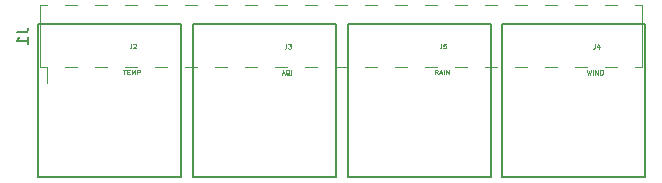
<source format=gbo>
G04 #@! TF.GenerationSoftware,KiCad,Pcbnew,7.0.10-7.0.10~ubuntu22.04.1*
G04 #@! TF.CreationDate,2024-01-29T17:30:23+05:30*
G04 #@! TF.ProjectId,bir-weather-hat,6269722d-7765-4617-9468-65722d686174,rev?*
G04 #@! TF.SameCoordinates,Original*
G04 #@! TF.FileFunction,Legend,Bot*
G04 #@! TF.FilePolarity,Positive*
%FSLAX46Y46*%
G04 Gerber Fmt 4.6, Leading zero omitted, Abs format (unit mm)*
G04 Created by KiCad (PCBNEW 7.0.10-7.0.10~ubuntu22.04.1) date 2024-01-29 17:30:23*
%MOMM*%
%LPD*%
G01*
G04 APERTURE LIST*
%ADD10C,0.025400*%
%ADD11C,0.150000*%
%ADD12C,0.203200*%
%ADD13C,0.120000*%
G04 APERTURE END LIST*
D10*
X140834533Y-49120287D02*
X140834533Y-49410573D01*
X140834533Y-49410573D02*
X140815180Y-49468630D01*
X140815180Y-49468630D02*
X140776476Y-49507335D01*
X140776476Y-49507335D02*
X140718418Y-49526687D01*
X140718418Y-49526687D02*
X140679714Y-49526687D01*
X141221580Y-49120287D02*
X141028056Y-49120287D01*
X141028056Y-49120287D02*
X141008704Y-49313811D01*
X141008704Y-49313811D02*
X141028056Y-49294458D01*
X141028056Y-49294458D02*
X141066761Y-49275106D01*
X141066761Y-49275106D02*
X141163523Y-49275106D01*
X141163523Y-49275106D02*
X141202228Y-49294458D01*
X141202228Y-49294458D02*
X141221580Y-49313811D01*
X141221580Y-49313811D02*
X141240933Y-49352515D01*
X141240933Y-49352515D02*
X141240933Y-49449277D01*
X141240933Y-49449277D02*
X141221580Y-49487982D01*
X141221580Y-49487982D02*
X141202228Y-49507335D01*
X141202228Y-49507335D02*
X141163523Y-49526687D01*
X141163523Y-49526687D02*
X141066761Y-49526687D01*
X141066761Y-49526687D02*
X141028056Y-49507335D01*
X141028056Y-49507335D02*
X141008704Y-49487982D01*
X140511981Y-51726687D02*
X140376514Y-51533163D01*
X140279752Y-51726687D02*
X140279752Y-51320287D01*
X140279752Y-51320287D02*
X140434571Y-51320287D01*
X140434571Y-51320287D02*
X140473276Y-51339639D01*
X140473276Y-51339639D02*
X140492629Y-51358992D01*
X140492629Y-51358992D02*
X140511981Y-51397696D01*
X140511981Y-51397696D02*
X140511981Y-51455754D01*
X140511981Y-51455754D02*
X140492629Y-51494458D01*
X140492629Y-51494458D02*
X140473276Y-51513811D01*
X140473276Y-51513811D02*
X140434571Y-51533163D01*
X140434571Y-51533163D02*
X140279752Y-51533163D01*
X140666800Y-51610573D02*
X140860324Y-51610573D01*
X140628095Y-51726687D02*
X140763562Y-51320287D01*
X140763562Y-51320287D02*
X140899029Y-51726687D01*
X141034495Y-51726687D02*
X141034495Y-51320287D01*
X141228019Y-51726687D02*
X141228019Y-51320287D01*
X141228019Y-51320287D02*
X141460248Y-51726687D01*
X141460248Y-51726687D02*
X141460248Y-51320287D01*
X153834533Y-49130287D02*
X153834533Y-49420573D01*
X153834533Y-49420573D02*
X153815180Y-49478630D01*
X153815180Y-49478630D02*
X153776476Y-49517335D01*
X153776476Y-49517335D02*
X153718418Y-49536687D01*
X153718418Y-49536687D02*
X153679714Y-49536687D01*
X154202228Y-49265754D02*
X154202228Y-49536687D01*
X154105466Y-49110935D02*
X154008704Y-49401220D01*
X154008704Y-49401220D02*
X154260285Y-49401220D01*
X153182991Y-51330287D02*
X153279753Y-51736687D01*
X153279753Y-51736687D02*
X153357162Y-51446401D01*
X153357162Y-51446401D02*
X153434572Y-51736687D01*
X153434572Y-51736687D02*
X153531334Y-51330287D01*
X153686152Y-51736687D02*
X153686152Y-51330287D01*
X153879676Y-51736687D02*
X153879676Y-51330287D01*
X153879676Y-51330287D02*
X154111905Y-51736687D01*
X154111905Y-51736687D02*
X154111905Y-51330287D01*
X154305428Y-51736687D02*
X154305428Y-51330287D01*
X154305428Y-51330287D02*
X154402190Y-51330287D01*
X154402190Y-51330287D02*
X154460247Y-51349639D01*
X154460247Y-51349639D02*
X154498952Y-51388344D01*
X154498952Y-51388344D02*
X154518305Y-51427049D01*
X154518305Y-51427049D02*
X154537657Y-51504458D01*
X154537657Y-51504458D02*
X154537657Y-51562515D01*
X154537657Y-51562515D02*
X154518305Y-51639925D01*
X154518305Y-51639925D02*
X154498952Y-51678630D01*
X154498952Y-51678630D02*
X154460247Y-51717335D01*
X154460247Y-51717335D02*
X154402190Y-51736687D01*
X154402190Y-51736687D02*
X154305428Y-51736687D01*
X127714533Y-49130287D02*
X127714533Y-49420573D01*
X127714533Y-49420573D02*
X127695180Y-49478630D01*
X127695180Y-49478630D02*
X127656476Y-49517335D01*
X127656476Y-49517335D02*
X127598418Y-49536687D01*
X127598418Y-49536687D02*
X127559714Y-49536687D01*
X127869352Y-49130287D02*
X128120933Y-49130287D01*
X128120933Y-49130287D02*
X127985466Y-49285106D01*
X127985466Y-49285106D02*
X128043523Y-49285106D01*
X128043523Y-49285106D02*
X128082228Y-49304458D01*
X128082228Y-49304458D02*
X128101580Y-49323811D01*
X128101580Y-49323811D02*
X128120933Y-49362515D01*
X128120933Y-49362515D02*
X128120933Y-49459277D01*
X128120933Y-49459277D02*
X128101580Y-49497982D01*
X128101580Y-49497982D02*
X128082228Y-49517335D01*
X128082228Y-49517335D02*
X128043523Y-49536687D01*
X128043523Y-49536687D02*
X127927409Y-49536687D01*
X127927409Y-49536687D02*
X127888704Y-49517335D01*
X127888704Y-49517335D02*
X127869352Y-49497982D01*
X127343600Y-51620573D02*
X127537124Y-51620573D01*
X127304895Y-51736687D02*
X127440362Y-51330287D01*
X127440362Y-51330287D02*
X127575829Y-51736687D01*
X127982229Y-51775392D02*
X127943524Y-51756039D01*
X127943524Y-51756039D02*
X127904819Y-51717335D01*
X127904819Y-51717335D02*
X127846762Y-51659277D01*
X127846762Y-51659277D02*
X127808057Y-51639925D01*
X127808057Y-51639925D02*
X127769353Y-51639925D01*
X127788705Y-51736687D02*
X127750000Y-51717335D01*
X127750000Y-51717335D02*
X127711295Y-51678630D01*
X127711295Y-51678630D02*
X127691943Y-51601220D01*
X127691943Y-51601220D02*
X127691943Y-51465754D01*
X127691943Y-51465754D02*
X127711295Y-51388344D01*
X127711295Y-51388344D02*
X127750000Y-51349639D01*
X127750000Y-51349639D02*
X127788705Y-51330287D01*
X127788705Y-51330287D02*
X127866114Y-51330287D01*
X127866114Y-51330287D02*
X127904819Y-51349639D01*
X127904819Y-51349639D02*
X127943524Y-51388344D01*
X127943524Y-51388344D02*
X127962876Y-51465754D01*
X127962876Y-51465754D02*
X127962876Y-51601220D01*
X127962876Y-51601220D02*
X127943524Y-51678630D01*
X127943524Y-51678630D02*
X127904819Y-51717335D01*
X127904819Y-51717335D02*
X127866114Y-51736687D01*
X127866114Y-51736687D02*
X127788705Y-51736687D01*
X128137047Y-51736687D02*
X128137047Y-51330287D01*
X114584533Y-49120287D02*
X114584533Y-49410573D01*
X114584533Y-49410573D02*
X114565180Y-49468630D01*
X114565180Y-49468630D02*
X114526476Y-49507335D01*
X114526476Y-49507335D02*
X114468418Y-49526687D01*
X114468418Y-49526687D02*
X114429714Y-49526687D01*
X114758704Y-49158992D02*
X114778056Y-49139639D01*
X114778056Y-49139639D02*
X114816761Y-49120287D01*
X114816761Y-49120287D02*
X114913523Y-49120287D01*
X114913523Y-49120287D02*
X114952228Y-49139639D01*
X114952228Y-49139639D02*
X114971580Y-49158992D01*
X114971580Y-49158992D02*
X114990933Y-49197696D01*
X114990933Y-49197696D02*
X114990933Y-49236401D01*
X114990933Y-49236401D02*
X114971580Y-49294458D01*
X114971580Y-49294458D02*
X114739352Y-49526687D01*
X114739352Y-49526687D02*
X114990933Y-49526687D01*
X113884609Y-51320287D02*
X114116838Y-51320287D01*
X114000724Y-51726687D02*
X114000724Y-51320287D01*
X114252304Y-51513811D02*
X114387771Y-51513811D01*
X114445828Y-51726687D02*
X114252304Y-51726687D01*
X114252304Y-51726687D02*
X114252304Y-51320287D01*
X114252304Y-51320287D02*
X114445828Y-51320287D01*
X114619999Y-51726687D02*
X114619999Y-51320287D01*
X114619999Y-51320287D02*
X114755466Y-51610573D01*
X114755466Y-51610573D02*
X114890933Y-51320287D01*
X114890933Y-51320287D02*
X114890933Y-51726687D01*
X115084456Y-51726687D02*
X115084456Y-51320287D01*
X115084456Y-51320287D02*
X115239275Y-51320287D01*
X115239275Y-51320287D02*
X115277980Y-51339639D01*
X115277980Y-51339639D02*
X115297333Y-51358992D01*
X115297333Y-51358992D02*
X115316685Y-51397696D01*
X115316685Y-51397696D02*
X115316685Y-51455754D01*
X115316685Y-51455754D02*
X115297333Y-51494458D01*
X115297333Y-51494458D02*
X115277980Y-51513811D01*
X115277980Y-51513811D02*
X115239275Y-51533163D01*
X115239275Y-51533163D02*
X115084456Y-51533163D01*
D11*
X104874819Y-48146666D02*
X105589104Y-48146666D01*
X105589104Y-48146666D02*
X105731961Y-48099047D01*
X105731961Y-48099047D02*
X105827200Y-48003809D01*
X105827200Y-48003809D02*
X105874819Y-47860952D01*
X105874819Y-47860952D02*
X105874819Y-47765714D01*
X105874819Y-49146666D02*
X105874819Y-48575238D01*
X105874819Y-48860952D02*
X104874819Y-48860952D01*
X104874819Y-48860952D02*
X105017676Y-48765714D01*
X105017676Y-48765714D02*
X105112914Y-48670476D01*
X105112914Y-48670476D02*
X105160533Y-48575238D01*
D12*
X132950000Y-47440000D02*
X132950000Y-60440000D01*
X145070000Y-47440000D02*
X132950000Y-47440000D01*
X145070000Y-60440000D02*
X132950000Y-60440000D01*
X145070000Y-60440000D02*
X145070000Y-47440000D01*
X145950000Y-47450000D02*
X145950000Y-60450000D01*
X158070000Y-47450000D02*
X145950000Y-47450000D01*
X158070000Y-60450000D02*
X145950000Y-60450000D01*
X158070000Y-60450000D02*
X158070000Y-47450000D01*
X119830000Y-47450000D02*
X119830000Y-60450000D01*
X131950000Y-47450000D02*
X119830000Y-47450000D01*
X131950000Y-60450000D02*
X119830000Y-60450000D01*
X131950000Y-60450000D02*
X131950000Y-47450000D01*
X118820000Y-60440000D02*
X118820000Y-47440000D01*
X118820000Y-60440000D02*
X106700000Y-60440000D01*
X118820000Y-47440000D02*
X106700000Y-47440000D01*
X106700000Y-47440000D02*
X106700000Y-60440000D01*
D13*
X107430000Y-51080000D02*
X107430000Y-52440000D01*
X141970000Y-51080000D02*
X142990000Y-51080000D01*
X114030000Y-45880000D02*
X115050000Y-45880000D01*
X129270000Y-45880000D02*
X130290000Y-45880000D01*
X119110000Y-51080000D02*
X120130000Y-51080000D01*
X157210000Y-45880000D02*
X157780000Y-45880000D01*
X111490000Y-51080000D02*
X112510000Y-51080000D01*
X129270000Y-51080000D02*
X130290000Y-51080000D01*
X126730000Y-51080000D02*
X127750000Y-51080000D01*
X134350000Y-45880000D02*
X135370000Y-45880000D01*
X131810000Y-51080000D02*
X132830000Y-51080000D01*
X106860000Y-45880000D02*
X106860000Y-51080000D01*
X126730000Y-45880000D02*
X127750000Y-45880000D01*
X144510000Y-45880000D02*
X145530000Y-45880000D01*
X124190000Y-51080000D02*
X125210000Y-51080000D01*
X147050000Y-51080000D02*
X148070000Y-51080000D01*
X124190000Y-45880000D02*
X125210000Y-45880000D01*
X108950000Y-51080000D02*
X109970000Y-51080000D01*
X121650000Y-51080000D02*
X122670000Y-51080000D01*
X152130000Y-45880000D02*
X153150000Y-45880000D01*
X119110000Y-45880000D02*
X120130000Y-45880000D01*
X121650000Y-45880000D02*
X122670000Y-45880000D01*
X108950000Y-45880000D02*
X109970000Y-45880000D01*
X144510000Y-51080000D02*
X145530000Y-51080000D01*
X134350000Y-51080000D02*
X135370000Y-51080000D01*
X136890000Y-51080000D02*
X137910000Y-51080000D01*
X154670000Y-51080000D02*
X155690000Y-51080000D01*
X154670000Y-45880000D02*
X155690000Y-45880000D01*
X139430000Y-45880000D02*
X140450000Y-45880000D01*
X149590000Y-45880000D02*
X150610000Y-45880000D01*
X114030000Y-51080000D02*
X115050000Y-51080000D01*
X136890000Y-45880000D02*
X137910000Y-45880000D01*
X106860000Y-51080000D02*
X107430000Y-51080000D01*
X139430000Y-51080000D02*
X140450000Y-51080000D01*
X141970000Y-45880000D02*
X142990000Y-45880000D01*
X149590000Y-51080000D02*
X150610000Y-51080000D01*
X131810000Y-45880000D02*
X132830000Y-45880000D01*
X106860000Y-45880000D02*
X107430000Y-45880000D01*
X111490000Y-45880000D02*
X112510000Y-45880000D01*
X147050000Y-45880000D02*
X148070000Y-45880000D01*
X116570000Y-45880000D02*
X117590000Y-45880000D01*
X157210000Y-51080000D02*
X157780000Y-51080000D01*
X152130000Y-51080000D02*
X153150000Y-51080000D01*
X116570000Y-51080000D02*
X117590000Y-51080000D01*
X157780000Y-45880000D02*
X157780000Y-51080000D01*
M02*

</source>
